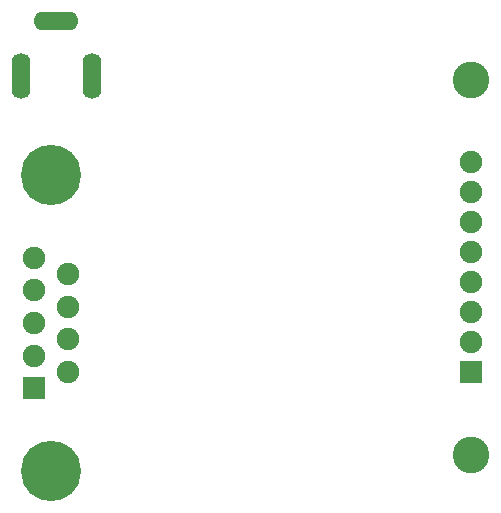
<source format=gbs>
G04 Layer: BottomSolderMaskLayer*
G04 EasyEDA v6.5.32, 2023-07-27 18:43:02*
G04 c15d88bf44794416bd69d8e6bd355938,5a6b42c53f6a479593ecc07194224c93,10*
G04 Gerber Generator version 0.2*
G04 Scale: 100 percent, Rotated: No, Reflected: No *
G04 Dimensions in millimeters *
G04 leading zeros omitted , absolute positions ,4 integer and 5 decimal *
%FSLAX45Y45*%
%MOMM*%

%AMMACRO1*1,1,$1,$2,$3*1,1,$1,$4,$5*1,1,$1,0-$2,0-$3*1,1,$1,0-$4,0-$5*20,1,$1,$2,$3,$4,$5,0*20,1,$1,$4,$5,0-$2,0-$3,0*20,1,$1,0-$2,0-$3,0-$4,0-$5,0*20,1,$1,0-$4,0-$5,$2,$3,0*4,1,4,$2,$3,$4,$5,0-$2,0-$3,0-$4,0-$5,$2,$3,0*%
%ADD10MACRO1,0.1016X-0.9X-0.9X-0.9X0.9*%
%ADD11C,1.9016*%
%ADD12C,5.1016*%
%ADD13O,3.8015926X1.6015970000000002*%
%ADD14O,1.6015970000000002X3.9015924*%
%ADD15C,3.1016*%

%LPD*%
D10*
G01*
X45466010Y1333494D03*
D11*
G01*
X45466025Y1587500D03*
G01*
X45466025Y1841500D03*
G01*
X45466025Y2095500D03*
G01*
X45466025Y2349500D03*
G01*
X45466025Y2603500D03*
G01*
X45466025Y2857500D03*
G01*
X45466025Y3111500D03*
G01*
X41768003Y1752574D03*
D12*
G01*
X41909964Y502615D03*
D10*
G01*
X41768003Y1198575D03*
D11*
G01*
X41768003Y1475562D03*
G01*
X41768003Y2029561D03*
G01*
X41767978Y2306573D03*
G01*
X42052001Y1337081D03*
G01*
X42052001Y1614068D03*
G01*
X42052001Y1891080D03*
G01*
X42052001Y2168067D03*
D12*
G01*
X41909964Y3002610D03*
D13*
G01*
X41955999Y4309237D03*
D14*
G01*
X41660825Y3844162D03*
G01*
X42260774Y3844162D03*
D15*
G01*
X45466000Y635000D03*
G01*
X45466000Y3810000D03*
M02*

</source>
